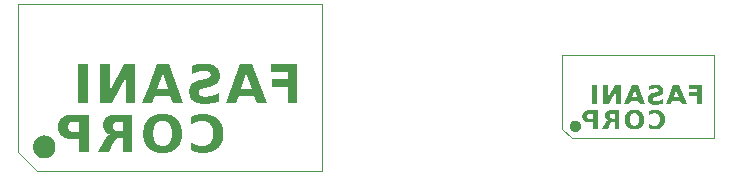
<source format=gbo>
%TF.GenerationSoftware,KiCad,Pcbnew,7.0.8-7.0.8~ubuntu22.04.1*%
%TF.CreationDate,2023-10-25T08:52:20+02:00*%
%TF.ProjectId,extension-cable,65787465-6e73-4696-9f6e-2d6361626c65,rev?*%
%TF.SameCoordinates,Original*%
%TF.FileFunction,Legend,Bot*%
%TF.FilePolarity,Positive*%
%FSLAX46Y46*%
G04 Gerber Fmt 4.6, Leading zero omitted, Abs format (unit mm)*
G04 Created by KiCad (PCBNEW 7.0.8-7.0.8~ubuntu22.04.1) date 2023-10-25 08:52:20*
%MOMM*%
%LPD*%
G01*
G04 APERTURE LIST*
%ADD10C,0.000000*%
%ADD11C,0.105833*%
%ADD12C,0.052916*%
%ADD13C,1.650000*%
%ADD14C,2.200000*%
%ADD15R,1.700000X1.700000*%
%ADD16O,1.700000X1.700000*%
G04 APERTURE END LIST*
D10*
G36*
X105857556Y-80267748D02*
G01*
X105013706Y-80267748D01*
X105013706Y-78880322D01*
X103665734Y-78880322D01*
X103665734Y-78242504D01*
X105013706Y-78242504D01*
X105013706Y-77633178D01*
X103580252Y-77633178D01*
X103580252Y-76995361D01*
X105857556Y-76995361D01*
X105857556Y-80267748D01*
G37*
G36*
X88215021Y-84425401D02*
G01*
X87392677Y-84425401D01*
X87392677Y-83318968D01*
X86850143Y-83318968D01*
X86777445Y-83317950D01*
X86706733Y-83314896D01*
X86638007Y-83309807D01*
X86571267Y-83302681D01*
X86506512Y-83293520D01*
X86443743Y-83282323D01*
X86382960Y-83269090D01*
X86324163Y-83253821D01*
X86267351Y-83236516D01*
X86212525Y-83217176D01*
X86159686Y-83195800D01*
X86108831Y-83172388D01*
X86059963Y-83146941D01*
X86013080Y-83119458D01*
X85968184Y-83089939D01*
X85925273Y-83058385D01*
X85884664Y-83024541D01*
X85846676Y-82988696D01*
X85811308Y-82950848D01*
X85778559Y-82910998D01*
X85748430Y-82869146D01*
X85720922Y-82825292D01*
X85696033Y-82779435D01*
X85673764Y-82731577D01*
X85654115Y-82681715D01*
X85637085Y-82629852D01*
X85622676Y-82575986D01*
X85610887Y-82520118D01*
X85601717Y-82462248D01*
X85595167Y-82402375D01*
X85591237Y-82340500D01*
X85589928Y-82276622D01*
X86437902Y-82276622D01*
X86438420Y-82303454D01*
X86439971Y-82329485D01*
X86442558Y-82354715D01*
X86446179Y-82379145D01*
X86450835Y-82402773D01*
X86456525Y-82425601D01*
X86463250Y-82447628D01*
X86471010Y-82468854D01*
X86479804Y-82489279D01*
X86489632Y-82508903D01*
X86500496Y-82527726D01*
X86512394Y-82545748D01*
X86525326Y-82562969D01*
X86539294Y-82579388D01*
X86554295Y-82595007D01*
X86570332Y-82609825D01*
X86587036Y-82623535D01*
X86604574Y-82636359D01*
X86622946Y-82648300D01*
X86642153Y-82659355D01*
X86662195Y-82669526D01*
X86683070Y-82678813D01*
X86704780Y-82687215D01*
X86727325Y-82694733D01*
X86750703Y-82701366D01*
X86774917Y-82707114D01*
X86799964Y-82711978D01*
X86825846Y-82715958D01*
X86852562Y-82719054D01*
X86880113Y-82721264D01*
X86908498Y-82722591D01*
X86937717Y-82723033D01*
X87392676Y-82723033D01*
X87392676Y-81832335D01*
X86937717Y-81832335D01*
X86908498Y-81832777D01*
X86880113Y-81834104D01*
X86852562Y-81836315D01*
X86825846Y-81839410D01*
X86799964Y-81843390D01*
X86774917Y-81848254D01*
X86750703Y-81854002D01*
X86727325Y-81860635D01*
X86704780Y-81868153D01*
X86683070Y-81876555D01*
X86662195Y-81885842D01*
X86642153Y-81896013D01*
X86622946Y-81907068D01*
X86604574Y-81919009D01*
X86587036Y-81931833D01*
X86570332Y-81945543D01*
X86554295Y-81960103D01*
X86539294Y-81975481D01*
X86525326Y-81991677D01*
X86512394Y-82008690D01*
X86500496Y-82026520D01*
X86489632Y-82045168D01*
X86479804Y-82064633D01*
X86471010Y-82084917D01*
X86463250Y-82106018D01*
X86456525Y-82127936D01*
X86450835Y-82150673D01*
X86446179Y-82174227D01*
X86442558Y-82198599D01*
X86439971Y-82223789D01*
X86438420Y-82249796D01*
X86437902Y-82276622D01*
X85589928Y-82276622D01*
X85591237Y-82212751D01*
X85595167Y-82150898D01*
X85601717Y-82091066D01*
X85610887Y-82033252D01*
X85622676Y-81977458D01*
X85637085Y-81923683D01*
X85654115Y-81871927D01*
X85673764Y-81822191D01*
X85696033Y-81774474D01*
X85720922Y-81728776D01*
X85748430Y-81685098D01*
X85778559Y-81643439D01*
X85811308Y-81603799D01*
X85846676Y-81566179D01*
X85884664Y-81530577D01*
X85925273Y-81496996D01*
X85967933Y-81465441D01*
X86012613Y-81435922D01*
X86059312Y-81408439D01*
X86108031Y-81382992D01*
X86158768Y-81359580D01*
X86211524Y-81338204D01*
X86266300Y-81318864D01*
X86323095Y-81301559D01*
X86381909Y-81286291D01*
X86442742Y-81273058D01*
X86505594Y-81261860D01*
X86570466Y-81252699D01*
X86637356Y-81245574D01*
X86706266Y-81240484D01*
X86777195Y-81237430D01*
X86850143Y-81236412D01*
X88215021Y-81236412D01*
X88215021Y-84425401D01*
G37*
D11*
X82200000Y-71900000D02*
X107960001Y-71900000D01*
D10*
G36*
X140103778Y-80383874D02*
G01*
X139681852Y-80383874D01*
X139681852Y-79690161D01*
X139007866Y-79690161D01*
X139007866Y-79371252D01*
X139681852Y-79371252D01*
X139681852Y-79066589D01*
X138965126Y-79066589D01*
X138965126Y-78747680D01*
X140103778Y-78747680D01*
X140103778Y-80383874D01*
G37*
G36*
X84466133Y-83003039D02*
G01*
X84514474Y-83006809D01*
X84562112Y-83013017D01*
X84608988Y-83021603D01*
X84655041Y-83032505D01*
X84700211Y-83045660D01*
X84744440Y-83061009D01*
X84787667Y-83078490D01*
X84829832Y-83098041D01*
X84870875Y-83119601D01*
X84910737Y-83143109D01*
X84949358Y-83168503D01*
X84986678Y-83195722D01*
X85022638Y-83224705D01*
X85057177Y-83255390D01*
X85090235Y-83287717D01*
X85121753Y-83321623D01*
X85151671Y-83357047D01*
X85179930Y-83393928D01*
X85206469Y-83432205D01*
X85231228Y-83471817D01*
X85254148Y-83512701D01*
X85275170Y-83554797D01*
X85294232Y-83598043D01*
X85311276Y-83642378D01*
X85326241Y-83687741D01*
X85339068Y-83734070D01*
X85349697Y-83781304D01*
X85358068Y-83829381D01*
X85364121Y-83878241D01*
X85367797Y-83927822D01*
X85369036Y-83978062D01*
X85367797Y-84028303D01*
X85364121Y-84077884D01*
X85358068Y-84126743D01*
X85349696Y-84174821D01*
X85339067Y-84222055D01*
X85326240Y-84268384D01*
X85311275Y-84313747D01*
X85294231Y-84358082D01*
X85275168Y-84401328D01*
X85254147Y-84443424D01*
X85231227Y-84484308D01*
X85206467Y-84523920D01*
X85179928Y-84562197D01*
X85151669Y-84599078D01*
X85121751Y-84634502D01*
X85090232Y-84668408D01*
X85057174Y-84700734D01*
X85022635Y-84731420D01*
X84986675Y-84760403D01*
X84949355Y-84787622D01*
X84910734Y-84813016D01*
X84870871Y-84836524D01*
X84829828Y-84858084D01*
X84787662Y-84877635D01*
X84744435Y-84895116D01*
X84700207Y-84910465D01*
X84655036Y-84923620D01*
X84608982Y-84934522D01*
X84562107Y-84943107D01*
X84514468Y-84949316D01*
X84466127Y-84953086D01*
X84417143Y-84954356D01*
X84368159Y-84953086D01*
X84319818Y-84949316D01*
X84272180Y-84943107D01*
X84225304Y-84934522D01*
X84179251Y-84923620D01*
X84134081Y-84910465D01*
X84089852Y-84895116D01*
X84046625Y-84877635D01*
X84004460Y-84858084D01*
X83963417Y-84836524D01*
X83923555Y-84813016D01*
X83884933Y-84787622D01*
X83847613Y-84760403D01*
X83811654Y-84731420D01*
X83777115Y-84700734D01*
X83744057Y-84668408D01*
X83712539Y-84634502D01*
X83682620Y-84599078D01*
X83654362Y-84562197D01*
X83627823Y-84523920D01*
X83603064Y-84484308D01*
X83580143Y-84443424D01*
X83559122Y-84401328D01*
X83540060Y-84358082D01*
X83523016Y-84313747D01*
X83508051Y-84268384D01*
X83495224Y-84222055D01*
X83484595Y-84174821D01*
X83476224Y-84126743D01*
X83470170Y-84077884D01*
X83466495Y-84028303D01*
X83465256Y-83978062D01*
X83466495Y-83927822D01*
X83470171Y-83878241D01*
X83476225Y-83829381D01*
X83484596Y-83781304D01*
X83495225Y-83734070D01*
X83508052Y-83687741D01*
X83523018Y-83642378D01*
X83540061Y-83598043D01*
X83559124Y-83554797D01*
X83580145Y-83512701D01*
X83603066Y-83471817D01*
X83627825Y-83432205D01*
X83654364Y-83393928D01*
X83682623Y-83357047D01*
X83712541Y-83321623D01*
X83744060Y-83287717D01*
X83777118Y-83255390D01*
X83811657Y-83224705D01*
X83847617Y-83195722D01*
X83884937Y-83168503D01*
X83923558Y-83143109D01*
X83963421Y-83119601D01*
X84004464Y-83098041D01*
X84046630Y-83078490D01*
X84089857Y-83061009D01*
X84134085Y-83045660D01*
X84179256Y-83032505D01*
X84225310Y-83021603D01*
X84272185Y-83013017D01*
X84319824Y-83006809D01*
X84368165Y-83003039D01*
X84417149Y-83001768D01*
X84466133Y-83003039D01*
G37*
G36*
X136237701Y-78718587D02*
G01*
X136272128Y-78720077D01*
X136305579Y-78722560D01*
X136338054Y-78726036D01*
X136369553Y-78730505D01*
X136400075Y-78735968D01*
X136429622Y-78742423D01*
X136458193Y-78749872D01*
X136485788Y-78758314D01*
X136512407Y-78767749D01*
X136538049Y-78778177D01*
X136562716Y-78789599D01*
X136586406Y-78802013D01*
X136609121Y-78815420D01*
X136630859Y-78829821D01*
X136651622Y-78845214D01*
X136671262Y-78861597D01*
X136689636Y-78878964D01*
X136706743Y-78897316D01*
X136722582Y-78916653D01*
X136737154Y-78936974D01*
X136750459Y-78958280D01*
X136762497Y-78980571D01*
X136773268Y-79003846D01*
X136782771Y-79028106D01*
X136791008Y-79053351D01*
X136797977Y-79079580D01*
X136803679Y-79106794D01*
X136808114Y-79134992D01*
X136811282Y-79164175D01*
X136813183Y-79194342D01*
X136813816Y-79225494D01*
X136813350Y-79250743D01*
X136811950Y-79275256D01*
X136809617Y-79299033D01*
X136806351Y-79322073D01*
X136802151Y-79344377D01*
X136797018Y-79365944D01*
X136790952Y-79386775D01*
X136783953Y-79406870D01*
X136776020Y-79426228D01*
X136767155Y-79444850D01*
X136757356Y-79462736D01*
X136746624Y-79479885D01*
X136734958Y-79496298D01*
X136722359Y-79511975D01*
X136708827Y-79526915D01*
X136694362Y-79541119D01*
X136678985Y-79554724D01*
X136662718Y-79567866D01*
X136645560Y-79580546D01*
X136627512Y-79592764D01*
X136608573Y-79604519D01*
X136588744Y-79615812D01*
X136568024Y-79626643D01*
X136546414Y-79637011D01*
X136523914Y-79646917D01*
X136500523Y-79656361D01*
X136476241Y-79665342D01*
X136451070Y-79673861D01*
X136425008Y-79681918D01*
X136398055Y-79689512D01*
X136370212Y-79696644D01*
X136341478Y-79703314D01*
X136178187Y-79739477D01*
X136161513Y-79743219D01*
X136145464Y-79747046D01*
X136130040Y-79750958D01*
X136115241Y-79754957D01*
X136101067Y-79759040D01*
X136087518Y-79763210D01*
X136074594Y-79767465D01*
X136062295Y-79771805D01*
X136050621Y-79776231D01*
X136039572Y-79780743D01*
X136029147Y-79785341D01*
X136019348Y-79790024D01*
X136010174Y-79794792D01*
X136001625Y-79799647D01*
X135993701Y-79804587D01*
X135986403Y-79809613D01*
X135979502Y-79814844D01*
X135973046Y-79820401D01*
X135967035Y-79826283D01*
X135961470Y-79832490D01*
X135956350Y-79839023D01*
X135951675Y-79845881D01*
X135947446Y-79853065D01*
X135943662Y-79860574D01*
X135940322Y-79868408D01*
X135937429Y-79876568D01*
X135934980Y-79885052D01*
X135932976Y-79893862D01*
X135931418Y-79902998D01*
X135930305Y-79912458D01*
X135929637Y-79922244D01*
X135929415Y-79932354D01*
X135929458Y-79936176D01*
X135929586Y-79939973D01*
X135929800Y-79943744D01*
X135930100Y-79947489D01*
X135930485Y-79951209D01*
X135930956Y-79954903D01*
X135931512Y-79958571D01*
X135932155Y-79962214D01*
X135932882Y-79965832D01*
X135933696Y-79969423D01*
X135934595Y-79972989D01*
X135935579Y-79976530D01*
X135936650Y-79980045D01*
X135937806Y-79983534D01*
X135939047Y-79986997D01*
X135940374Y-79990435D01*
X135941813Y-79993869D01*
X135943388Y-79997320D01*
X135945101Y-80000788D01*
X135946950Y-80004273D01*
X135948937Y-80007774D01*
X135951060Y-80011293D01*
X135953320Y-80014830D01*
X135955718Y-80018383D01*
X135958252Y-80021953D01*
X135960923Y-80025540D01*
X135963731Y-80029145D01*
X135966677Y-80032766D01*
X135969759Y-80036405D01*
X135972978Y-80040061D01*
X135976334Y-80043734D01*
X135979827Y-80047424D01*
X135983513Y-80050941D01*
X135987447Y-80054374D01*
X135991630Y-80057720D01*
X135996061Y-80060982D01*
X136000740Y-80064158D01*
X136005667Y-80067248D01*
X136010843Y-80070253D01*
X136016267Y-80073172D01*
X136021939Y-80076006D01*
X136027859Y-80078755D01*
X136034028Y-80081418D01*
X136040445Y-80083996D01*
X136047110Y-80086488D01*
X136054024Y-80088894D01*
X136061186Y-80091215D01*
X136068596Y-80093451D01*
X136083819Y-80097304D01*
X136099898Y-80100644D01*
X136116834Y-80103470D01*
X136134625Y-80105783D01*
X136153273Y-80107581D01*
X136172777Y-80108866D01*
X136193137Y-80109636D01*
X136214353Y-80109893D01*
X136247975Y-80109238D01*
X136281991Y-80107274D01*
X136316401Y-80103999D01*
X136351204Y-80099414D01*
X136386402Y-80093519D01*
X136421993Y-80086315D01*
X136457979Y-80077800D01*
X136494358Y-80067975D01*
X136531131Y-80056841D01*
X136568297Y-80044396D01*
X136605858Y-80030641D01*
X136643813Y-80015577D01*
X136682161Y-79999202D01*
X136720903Y-79981517D01*
X136760039Y-79962522D01*
X136799569Y-79942218D01*
X136799569Y-80298388D01*
X136760138Y-80312588D01*
X136720749Y-80325871D01*
X136681404Y-80338239D01*
X136642100Y-80349690D01*
X136602840Y-80360225D01*
X136563623Y-80369844D01*
X136524448Y-80378547D01*
X136485316Y-80386334D01*
X136446227Y-80393204D01*
X136407181Y-80399159D01*
X136368178Y-80404197D01*
X136329217Y-80408320D01*
X136290300Y-80411526D01*
X136251425Y-80413816D01*
X136212593Y-80415191D01*
X136173803Y-80415649D01*
X136134667Y-80415152D01*
X136096713Y-80413662D01*
X136059940Y-80411179D01*
X136024348Y-80407703D01*
X135989938Y-80403234D01*
X135956710Y-80397771D01*
X135924663Y-80391316D01*
X135893798Y-80383867D01*
X135864114Y-80375425D01*
X135835612Y-80365990D01*
X135808291Y-80355562D01*
X135782152Y-80344141D01*
X135757194Y-80331727D01*
X135733418Y-80318319D01*
X135710823Y-80303919D01*
X135689410Y-80288525D01*
X135669238Y-80272036D01*
X135650368Y-80254347D01*
X135632799Y-80235460D01*
X135616532Y-80215374D01*
X135601566Y-80194090D01*
X135587901Y-80171607D01*
X135575538Y-80147925D01*
X135564476Y-80123044D01*
X135554715Y-80096965D01*
X135546256Y-80069687D01*
X135539099Y-80041210D01*
X135533242Y-80011535D01*
X135528688Y-79980661D01*
X135525434Y-79948588D01*
X135523482Y-79915317D01*
X135522831Y-79880847D01*
X135523302Y-79854807D01*
X135524715Y-79829563D01*
X135527069Y-79805115D01*
X135530366Y-79781464D01*
X135534604Y-79758609D01*
X135539784Y-79736550D01*
X135545905Y-79715287D01*
X135552969Y-79694820D01*
X135560974Y-79675149D01*
X135569921Y-79656275D01*
X135579810Y-79638197D01*
X135590641Y-79620915D01*
X135602413Y-79604428D01*
X135615128Y-79588739D01*
X135628784Y-79573845D01*
X135643382Y-79559747D01*
X135658874Y-79546139D01*
X135675489Y-79532985D01*
X135693225Y-79520284D01*
X135712082Y-79508037D01*
X135732061Y-79496243D01*
X135753161Y-79484904D01*
X135775384Y-79474018D01*
X135798727Y-79463585D01*
X135823193Y-79453607D01*
X135848780Y-79444082D01*
X135875488Y-79435010D01*
X135903318Y-79426393D01*
X135932270Y-79418229D01*
X135962343Y-79410519D01*
X135993538Y-79403262D01*
X136025855Y-79396460D01*
X136205584Y-79360296D01*
X136220388Y-79357107D01*
X136234660Y-79353841D01*
X136248402Y-79350498D01*
X136261613Y-79347078D01*
X136274293Y-79343581D01*
X136286442Y-79340007D01*
X136298060Y-79336356D01*
X136309148Y-79332627D01*
X136319704Y-79328822D01*
X136329730Y-79324940D01*
X136339225Y-79320980D01*
X136348189Y-79316943D01*
X136356623Y-79312829D01*
X136364525Y-79308638D01*
X136371897Y-79304370D01*
X136378738Y-79300024D01*
X136385108Y-79295375D01*
X136391067Y-79290469D01*
X136396615Y-79285307D01*
X136401752Y-79279887D01*
X136406478Y-79274211D01*
X136410794Y-79268277D01*
X136414698Y-79262087D01*
X136418191Y-79255640D01*
X136421273Y-79248936D01*
X136423945Y-79241975D01*
X136426205Y-79234758D01*
X136428054Y-79227283D01*
X136429493Y-79219552D01*
X136430520Y-79211564D01*
X136431136Y-79203319D01*
X136431342Y-79194818D01*
X136431077Y-79184693D01*
X136430280Y-79174868D01*
X136428953Y-79165343D01*
X136428091Y-79160693D01*
X136427095Y-79156117D01*
X136425967Y-79151617D01*
X136424707Y-79147191D01*
X136423313Y-79142841D01*
X136421787Y-79138565D01*
X136420128Y-79134364D01*
X136418337Y-79130239D01*
X136416412Y-79126188D01*
X136414355Y-79122212D01*
X136412166Y-79118311D01*
X136409843Y-79114485D01*
X136407388Y-79110734D01*
X136404800Y-79107057D01*
X136402080Y-79103456D01*
X136399227Y-79099930D01*
X136396241Y-79096478D01*
X136393122Y-79093102D01*
X136389871Y-79089800D01*
X136386487Y-79086573D01*
X136382970Y-79083421D01*
X136379320Y-79080344D01*
X136371623Y-79074416D01*
X136363395Y-79068786D01*
X136354542Y-79063345D01*
X136344970Y-79058255D01*
X136334679Y-79053516D01*
X136323668Y-79049128D01*
X136311939Y-79045091D01*
X136299490Y-79041405D01*
X136286322Y-79038070D01*
X136272435Y-79035086D01*
X136257828Y-79032453D01*
X136242503Y-79030171D01*
X136226458Y-79028240D01*
X136209694Y-79026661D01*
X136192211Y-79025432D01*
X136174008Y-79024554D01*
X136135446Y-79023852D01*
X136106117Y-79024327D01*
X136076489Y-79025753D01*
X136046562Y-79028128D01*
X136016334Y-79031455D01*
X135985807Y-79035731D01*
X135954980Y-79040958D01*
X135923854Y-79047135D01*
X135892428Y-79054262D01*
X135860702Y-79062340D01*
X135828676Y-79071368D01*
X135796351Y-79081347D01*
X135763726Y-79092276D01*
X135730802Y-79104155D01*
X135697578Y-79116985D01*
X135664054Y-79130765D01*
X135630230Y-79145495D01*
X135630230Y-78799188D01*
X135704855Y-78780181D01*
X135778590Y-78763708D01*
X135851433Y-78749769D01*
X135923387Y-78738365D01*
X135994450Y-78729495D01*
X136064622Y-78723159D01*
X136133904Y-78719358D01*
X136202296Y-78718090D01*
X136202298Y-78718090D01*
X136237701Y-78718587D01*
G37*
D11*
X83843691Y-86032140D02*
X82200000Y-84369041D01*
D10*
G36*
X96156439Y-80267748D02*
G01*
X95308203Y-80267748D01*
X95099980Y-79671569D01*
X93780503Y-79671569D01*
X93574471Y-80267748D01*
X92726235Y-80267748D01*
X93171940Y-79064428D01*
X93993109Y-79064428D01*
X94889565Y-79064428D01*
X94440241Y-77762487D01*
X93993109Y-79064428D01*
X93171940Y-79064428D01*
X93938314Y-76995361D01*
X94944361Y-76995361D01*
X96156439Y-80267748D01*
G37*
D11*
X107960001Y-71900000D02*
X107960001Y-86032140D01*
D10*
G36*
X103240485Y-80267748D02*
G01*
X102392249Y-80267748D01*
X102184026Y-79671569D01*
X100864548Y-79671569D01*
X100658516Y-80267748D01*
X99810280Y-80267748D01*
X100255985Y-79064428D01*
X101077155Y-79064428D01*
X101973610Y-79064428D01*
X101524286Y-77762487D01*
X101077155Y-79064428D01*
X100255985Y-79064428D01*
X101022359Y-76995361D01*
X102028406Y-76995361D01*
X103240485Y-80267748D01*
G37*
G36*
X129408066Y-81751519D02*
G01*
X129432237Y-81753404D01*
X129456056Y-81756509D01*
X129479493Y-81760802D01*
X129502520Y-81766252D01*
X129525105Y-81772830D01*
X129547219Y-81780505D01*
X129568833Y-81789245D01*
X129589915Y-81799020D01*
X129610437Y-81809800D01*
X129630368Y-81821554D01*
X129649679Y-81834251D01*
X129668339Y-81847861D01*
X129686318Y-81862353D01*
X129703588Y-81877695D01*
X129720117Y-81893858D01*
X129735876Y-81910811D01*
X129750835Y-81928523D01*
X129764964Y-81946964D01*
X129778234Y-81966103D01*
X129790614Y-81985908D01*
X129802074Y-82006350D01*
X129812584Y-82027398D01*
X129822116Y-82049021D01*
X129830637Y-82071189D01*
X129838120Y-82093870D01*
X129844534Y-82117035D01*
X129849848Y-82140652D01*
X129854034Y-82164691D01*
X129857060Y-82189121D01*
X129858898Y-82213911D01*
X129859517Y-82239031D01*
X129858898Y-82264151D01*
X129857060Y-82288942D01*
X129854033Y-82313372D01*
X129849848Y-82337411D01*
X129844533Y-82361028D01*
X129838120Y-82384192D01*
X129830637Y-82406873D01*
X129822115Y-82429041D01*
X129812584Y-82450664D01*
X129802073Y-82471712D01*
X129790613Y-82492154D01*
X129778233Y-82511960D01*
X129764963Y-82531098D01*
X129750834Y-82549539D01*
X129735875Y-82567251D01*
X129720116Y-82584204D01*
X129703586Y-82600367D01*
X129686317Y-82615710D01*
X129668337Y-82630201D01*
X129649677Y-82643811D01*
X129630366Y-82656508D01*
X129610435Y-82668262D01*
X129589913Y-82679042D01*
X129568831Y-82688818D01*
X129547217Y-82697558D01*
X129525103Y-82705232D01*
X129502517Y-82711810D01*
X129479491Y-82717261D01*
X129456053Y-82721554D01*
X129432234Y-82724658D01*
X129408063Y-82726543D01*
X129383571Y-82727178D01*
X129359079Y-82726543D01*
X129334908Y-82724658D01*
X129311089Y-82721554D01*
X129287652Y-82717261D01*
X129264625Y-82711810D01*
X129242040Y-82705232D01*
X129219925Y-82697558D01*
X129198312Y-82688818D01*
X129177230Y-82679042D01*
X129156708Y-82668262D01*
X129136777Y-82656508D01*
X129117466Y-82643811D01*
X129098806Y-82630201D01*
X129080827Y-82615710D01*
X129063557Y-82600367D01*
X129047028Y-82584204D01*
X129031269Y-82567251D01*
X129016310Y-82549539D01*
X129002180Y-82531098D01*
X128988911Y-82511960D01*
X128976531Y-82492154D01*
X128965071Y-82471712D01*
X128954561Y-82450664D01*
X128945029Y-82429041D01*
X128936507Y-82406873D01*
X128929025Y-82384192D01*
X128922611Y-82361028D01*
X128917297Y-82337411D01*
X128913111Y-82313372D01*
X128910085Y-82288942D01*
X128908247Y-82264151D01*
X128907627Y-82239031D01*
X128907628Y-82239031D01*
X128908247Y-82213911D01*
X128910085Y-82189121D01*
X128913112Y-82164691D01*
X128917297Y-82140652D01*
X128922612Y-82117035D01*
X128929026Y-82093870D01*
X128936508Y-82071189D01*
X128945030Y-82049021D01*
X128954561Y-82027398D01*
X128965072Y-82006350D01*
X128976532Y-81985908D01*
X128988912Y-81966103D01*
X129002182Y-81946964D01*
X129016311Y-81928523D01*
X129031270Y-81910811D01*
X129047029Y-81893858D01*
X129063559Y-81877695D01*
X129080828Y-81862353D01*
X129098808Y-81847861D01*
X129117468Y-81834251D01*
X129136779Y-81821554D01*
X129156710Y-81809800D01*
X129177232Y-81799020D01*
X129198314Y-81789245D01*
X129219928Y-81780505D01*
X129242042Y-81772830D01*
X129264628Y-81766252D01*
X129287654Y-81760802D01*
X129311092Y-81756509D01*
X129334911Y-81753404D01*
X129359082Y-81751519D01*
X129383574Y-81750884D01*
X129408066Y-81751519D01*
G37*
D12*
X128275000Y-76200000D02*
X141155000Y-76200000D01*
D10*
G36*
X88158406Y-80267748D02*
G01*
X87314553Y-80267748D01*
X87314553Y-76995361D01*
X88158406Y-76995361D01*
X88158406Y-80267748D01*
G37*
G36*
X131282510Y-82462701D02*
G01*
X130871338Y-82462701D01*
X130871338Y-81909484D01*
X130600071Y-81909484D01*
X130563722Y-81908975D01*
X130528366Y-81907448D01*
X130494003Y-81904903D01*
X130460633Y-81901341D01*
X130428255Y-81896760D01*
X130396871Y-81891161D01*
X130366479Y-81884545D01*
X130337081Y-81876910D01*
X130308675Y-81868258D01*
X130281262Y-81858588D01*
X130254842Y-81847900D01*
X130229415Y-81836194D01*
X130204981Y-81823470D01*
X130181540Y-81809729D01*
X130159091Y-81794970D01*
X130137636Y-81779192D01*
X130117332Y-81762271D01*
X130098338Y-81744348D01*
X130080653Y-81725424D01*
X130064279Y-81705499D01*
X130049215Y-81684573D01*
X130035460Y-81662646D01*
X130023016Y-81639718D01*
X130011881Y-81615788D01*
X130002057Y-81590858D01*
X129993542Y-81564926D01*
X129986338Y-81537993D01*
X129980443Y-81510059D01*
X129975858Y-81481124D01*
X129972583Y-81451187D01*
X129970618Y-81420250D01*
X129969963Y-81388311D01*
X130393951Y-81388311D01*
X130394209Y-81401727D01*
X130394985Y-81414743D01*
X130396278Y-81427358D01*
X130398089Y-81439572D01*
X130400417Y-81451387D01*
X130403262Y-81462801D01*
X130406625Y-81473814D01*
X130410504Y-81484427D01*
X130414901Y-81494639D01*
X130419816Y-81504451D01*
X130425247Y-81513863D01*
X130431196Y-81522874D01*
X130437663Y-81531484D01*
X130444646Y-81539694D01*
X130452147Y-81547504D01*
X130460165Y-81554913D01*
X130468517Y-81561767D01*
X130477286Y-81568180D01*
X130486473Y-81574150D01*
X130496076Y-81579678D01*
X130506097Y-81584763D01*
X130516535Y-81589407D01*
X130527390Y-81593608D01*
X130538662Y-81597366D01*
X130550351Y-81600683D01*
X130562458Y-81603557D01*
X130574982Y-81605989D01*
X130587922Y-81607979D01*
X130601281Y-81609527D01*
X130615056Y-81610632D01*
X130629248Y-81611295D01*
X130643858Y-81611517D01*
X130871338Y-81611517D01*
X130871338Y-81166167D01*
X130643858Y-81166167D01*
X130629248Y-81166389D01*
X130615056Y-81167052D01*
X130601281Y-81168157D01*
X130587922Y-81169705D01*
X130574982Y-81171695D01*
X130562458Y-81174127D01*
X130550351Y-81177001D01*
X130538662Y-81180318D01*
X130527390Y-81184076D01*
X130516535Y-81188277D01*
X130506097Y-81192921D01*
X130496076Y-81198006D01*
X130486473Y-81203534D01*
X130477286Y-81209504D01*
X130468517Y-81215917D01*
X130460165Y-81222771D01*
X130452147Y-81230052D01*
X130444646Y-81237741D01*
X130437663Y-81245838D01*
X130431196Y-81254345D01*
X130425247Y-81263260D01*
X130419816Y-81272584D01*
X130414901Y-81282317D01*
X130410504Y-81292458D01*
X130406625Y-81303009D01*
X130403262Y-81313968D01*
X130400417Y-81325336D01*
X130398089Y-81337113D01*
X130396278Y-81349299D01*
X130394985Y-81361894D01*
X130394209Y-81374898D01*
X130393951Y-81388311D01*
X129969963Y-81388311D01*
X129970618Y-81356375D01*
X129972583Y-81325449D01*
X129975858Y-81295533D01*
X129980443Y-81266626D01*
X129986338Y-81238729D01*
X129993542Y-81211841D01*
X130002057Y-81185964D01*
X130011881Y-81161095D01*
X130023016Y-81137237D01*
X130035460Y-81114388D01*
X130049215Y-81092549D01*
X130064279Y-81071719D01*
X130080653Y-81051899D01*
X130098338Y-81033089D01*
X130117332Y-81015289D01*
X130137636Y-80998498D01*
X130158966Y-80982721D01*
X130181306Y-80967961D01*
X130204656Y-80954220D01*
X130229015Y-80941496D01*
X130254383Y-80929790D01*
X130280762Y-80919102D01*
X130308150Y-80909432D01*
X130336547Y-80900780D01*
X130365954Y-80893145D01*
X130396371Y-80886529D01*
X130427797Y-80880930D01*
X130460232Y-80876350D01*
X130493678Y-80872787D01*
X130528133Y-80870242D01*
X130563597Y-80868715D01*
X130600071Y-80868206D01*
X131282510Y-80868206D01*
X131282510Y-82462701D01*
G37*
G36*
X94529137Y-81180456D02*
G01*
X94621133Y-81185588D01*
X94710560Y-81194140D01*
X94797417Y-81206113D01*
X94881704Y-81221507D01*
X94963421Y-81240322D01*
X95042568Y-81262558D01*
X95119146Y-81288214D01*
X95193153Y-81317291D01*
X95264591Y-81349789D01*
X95333459Y-81385708D01*
X95399757Y-81425047D01*
X95463486Y-81467808D01*
X95524644Y-81513989D01*
X95583233Y-81563590D01*
X95639252Y-81616612D01*
X95692017Y-81672431D01*
X95741378Y-81730953D01*
X95787334Y-81792177D01*
X95829886Y-81856105D01*
X95869035Y-81922737D01*
X95904779Y-81992071D01*
X95937118Y-82064109D01*
X95966054Y-82138850D01*
X95991585Y-82216295D01*
X96013713Y-82296443D01*
X96032436Y-82379295D01*
X96047755Y-82464849D01*
X96059669Y-82553108D01*
X96068180Y-82644070D01*
X96073286Y-82737736D01*
X96074988Y-82834105D01*
X96073286Y-82930474D01*
X96068180Y-83024140D01*
X96059669Y-83115102D01*
X96047755Y-83203360D01*
X96032436Y-83288915D01*
X96013713Y-83371767D01*
X95991585Y-83451915D01*
X95966054Y-83529359D01*
X95937118Y-83604101D01*
X95904779Y-83676139D01*
X95869035Y-83745473D01*
X95829886Y-83812104D01*
X95787334Y-83876032D01*
X95741378Y-83937257D01*
X95692017Y-83995779D01*
X95639252Y-84051598D01*
X95583233Y-84104362D01*
X95524644Y-84153723D01*
X95463486Y-84199679D01*
X95399757Y-84242231D01*
X95333459Y-84281379D01*
X95264591Y-84317122D01*
X95193153Y-84349462D01*
X95119146Y-84378397D01*
X95042568Y-84403927D01*
X94963421Y-84426054D01*
X94881704Y-84444777D01*
X94797417Y-84460095D01*
X94710560Y-84472009D01*
X94621133Y-84480519D01*
X94529137Y-84485626D01*
X94434571Y-84487328D01*
X94340013Y-84485626D01*
X94248041Y-84480519D01*
X94158656Y-84472009D01*
X94071858Y-84460095D01*
X93987646Y-84444777D01*
X93906021Y-84426054D01*
X93826982Y-84403927D01*
X93750530Y-84378397D01*
X93676664Y-84349462D01*
X93605385Y-84317122D01*
X93536692Y-84281379D01*
X93470585Y-84242231D01*
X93407066Y-84199679D01*
X93346132Y-84153723D01*
X93287786Y-84104362D01*
X93232025Y-84051598D01*
X93179002Y-83995779D01*
X93129399Y-83937257D01*
X93083217Y-83876032D01*
X93040456Y-83812104D01*
X93001116Y-83745473D01*
X92965197Y-83676139D01*
X92932699Y-83604101D01*
X92903621Y-83529359D01*
X92877965Y-83451915D01*
X92855729Y-83371767D01*
X92836914Y-83288915D01*
X92821520Y-83203360D01*
X92809547Y-83115102D01*
X92800995Y-83024140D01*
X92795863Y-82930474D01*
X92794153Y-82834105D01*
X92794153Y-82834093D01*
X93642130Y-82834093D01*
X93642864Y-82891630D01*
X93645067Y-82947833D01*
X93648738Y-83002701D01*
X93653877Y-83056235D01*
X93660485Y-83108433D01*
X93668562Y-83159297D01*
X93678107Y-83208825D01*
X93689121Y-83257018D01*
X93689119Y-83257005D01*
X93695177Y-83280333D01*
X93701601Y-83303328D01*
X93708393Y-83325988D01*
X93715552Y-83348315D01*
X93723078Y-83370309D01*
X93730971Y-83391969D01*
X93739231Y-83413295D01*
X93747858Y-83434288D01*
X93756853Y-83454947D01*
X93766214Y-83475273D01*
X93775943Y-83495265D01*
X93786038Y-83514923D01*
X93796501Y-83534248D01*
X93807331Y-83553239D01*
X93818528Y-83571897D01*
X93830092Y-83590221D01*
X93842073Y-83607860D01*
X93854522Y-83624998D01*
X93867438Y-83641636D01*
X93880821Y-83657773D01*
X93894671Y-83673409D01*
X93908989Y-83688545D01*
X93923774Y-83703180D01*
X93939026Y-83717314D01*
X93954745Y-83730948D01*
X93970932Y-83744081D01*
X93987585Y-83756713D01*
X94004706Y-83768845D01*
X94022295Y-83780476D01*
X94040350Y-83791606D01*
X94058873Y-83802235D01*
X94077863Y-83812364D01*
X94097278Y-83821934D01*
X94117077Y-83830886D01*
X94137261Y-83839221D01*
X94157827Y-83846939D01*
X94178778Y-83854039D01*
X94200113Y-83860522D01*
X94221831Y-83866387D01*
X94243933Y-83871635D01*
X94266419Y-83876266D01*
X94289289Y-83880279D01*
X94312543Y-83883675D01*
X94336180Y-83886453D01*
X94360201Y-83888614D01*
X94384606Y-83890158D01*
X94409395Y-83891084D01*
X94434567Y-83891393D01*
X94483194Y-83890266D01*
X94530285Y-83886887D01*
X94575841Y-83881255D01*
X94619862Y-83873370D01*
X94662348Y-83863233D01*
X94703298Y-83850843D01*
X94723198Y-83843803D01*
X94742713Y-83836200D01*
X94761845Y-83828033D01*
X94780593Y-83819304D01*
X94798958Y-83810011D01*
X94816938Y-83800155D01*
X94834535Y-83789736D01*
X94851748Y-83778754D01*
X94868577Y-83767209D01*
X94885022Y-83755100D01*
X94901083Y-83742428D01*
X94916761Y-83729193D01*
X94932055Y-83715395D01*
X94946965Y-83701033D01*
X94961491Y-83686109D01*
X94975633Y-83670621D01*
X95002767Y-83637956D01*
X95028365Y-83603038D01*
X95052161Y-83566243D01*
X95074422Y-83527946D01*
X95095147Y-83488147D01*
X95114337Y-83446847D01*
X95131992Y-83404044D01*
X95148112Y-83359740D01*
X95162697Y-83313934D01*
X95175746Y-83266626D01*
X95187261Y-83217816D01*
X95197240Y-83167504D01*
X95205683Y-83115691D01*
X95212592Y-83062375D01*
X95217965Y-83007557D01*
X95221803Y-82951238D01*
X95224106Y-82893416D01*
X95224874Y-82834093D01*
X95223605Y-82756867D01*
X95219801Y-82682177D01*
X95216947Y-82645783D01*
X95213460Y-82610023D01*
X95209338Y-82574896D01*
X95204582Y-82540404D01*
X95199192Y-82506545D01*
X95193168Y-82473321D01*
X95186510Y-82440730D01*
X95179218Y-82408774D01*
X95171291Y-82377452D01*
X95162731Y-82346764D01*
X95153536Y-82316710D01*
X95143707Y-82287291D01*
X95133178Y-82258556D01*
X95121881Y-82230555D01*
X95109816Y-82203288D01*
X95096984Y-82176755D01*
X95083384Y-82150956D01*
X95069016Y-82125892D01*
X95053881Y-82101562D01*
X95037978Y-82077966D01*
X95021307Y-82055105D01*
X95003869Y-82032978D01*
X94985664Y-82011585D01*
X94966690Y-81990926D01*
X94946949Y-81971002D01*
X94926441Y-81951812D01*
X94905165Y-81933357D01*
X94883121Y-81915636D01*
X94860093Y-81898565D01*
X94836397Y-81882595D01*
X94812034Y-81867726D01*
X94787003Y-81853959D01*
X94761305Y-81841293D01*
X94734939Y-81829728D01*
X94707906Y-81819265D01*
X94680205Y-81809903D01*
X94651837Y-81801642D01*
X94622801Y-81794483D01*
X94593098Y-81788425D01*
X94562727Y-81783468D01*
X94531689Y-81779613D01*
X94499983Y-81776860D01*
X94467610Y-81775207D01*
X94434569Y-81774657D01*
X94409396Y-81774965D01*
X94384608Y-81775891D01*
X94360203Y-81777435D01*
X94336182Y-81779596D01*
X94312544Y-81782374D01*
X94289291Y-81785770D01*
X94266421Y-81789783D01*
X94243935Y-81794414D01*
X94221833Y-81799662D01*
X94200114Y-81805527D01*
X94178780Y-81812010D01*
X94157829Y-81819110D01*
X94137262Y-81826828D01*
X94117079Y-81835163D01*
X94097280Y-81844115D01*
X94077864Y-81853685D01*
X94058874Y-81863824D01*
X94040352Y-81874481D01*
X94022296Y-81885654D01*
X94004708Y-81897344D01*
X93987587Y-81909552D01*
X93970933Y-81922276D01*
X93954747Y-81935518D01*
X93939027Y-81949277D01*
X93923775Y-81963553D01*
X93908990Y-81978346D01*
X93894673Y-81993656D01*
X93880822Y-82009483D01*
X93867439Y-82025828D01*
X93854523Y-82042689D01*
X93842075Y-82060069D01*
X93830094Y-82077965D01*
X93818530Y-82096036D01*
X93807333Y-82114474D01*
X93796503Y-82133279D01*
X93786040Y-82152452D01*
X93775944Y-82171992D01*
X93766216Y-82191899D01*
X93756854Y-82212174D01*
X93747860Y-82232816D01*
X93739233Y-82253825D01*
X93730972Y-82275201D01*
X93715553Y-82319055D01*
X93701603Y-82364377D01*
X93689121Y-82411168D01*
X93678107Y-82459361D01*
X93668562Y-82508889D01*
X93660485Y-82559752D01*
X93653877Y-82611951D01*
X93648738Y-82665484D01*
X93645067Y-82720352D01*
X93642864Y-82776555D01*
X93642130Y-82834093D01*
X92794153Y-82834093D01*
X92795855Y-82737478D01*
X92800961Y-82643572D01*
X92809472Y-82552385D01*
X92821387Y-82463918D01*
X92836705Y-82378172D01*
X92855428Y-82295145D01*
X92877556Y-82214838D01*
X92903087Y-82137251D01*
X92932023Y-82062384D01*
X92964362Y-81990238D01*
X93000106Y-81920811D01*
X93039255Y-81854104D01*
X93081807Y-81790117D01*
X93127763Y-81728850D01*
X93177124Y-81670303D01*
X93229889Y-81614476D01*
X93285658Y-81561711D01*
X93344030Y-81512351D01*
X93405005Y-81466394D01*
X93468583Y-81423842D01*
X93534764Y-81384695D01*
X93603549Y-81348951D01*
X93674937Y-81316612D01*
X93748928Y-81287677D01*
X93825522Y-81262146D01*
X93904719Y-81240019D01*
X93986520Y-81221297D01*
X94070924Y-81205979D01*
X94157931Y-81194064D01*
X94247541Y-81185554D01*
X94339754Y-81180448D01*
X94434571Y-81178746D01*
X94529137Y-81180456D01*
G37*
D11*
X107960001Y-86032140D02*
X83843691Y-86032140D01*
D10*
G36*
X91878012Y-84425389D02*
G01*
X91055667Y-84425389D01*
X91055667Y-83218565D01*
X90822848Y-83218565D01*
X90797033Y-83218941D01*
X90771918Y-83220067D01*
X90747505Y-83221945D01*
X90723792Y-83224573D01*
X90700781Y-83227953D01*
X90678470Y-83232083D01*
X90656860Y-83236964D01*
X90635951Y-83242596D01*
X90615743Y-83248979D01*
X90596235Y-83256113D01*
X90577429Y-83263998D01*
X90559323Y-83272634D01*
X90541919Y-83282020D01*
X90525215Y-83292157D01*
X90509212Y-83303045D01*
X90493910Y-83314684D01*
X90478741Y-83326941D01*
X90463672Y-83340216D01*
X90448704Y-83354510D01*
X90433836Y-83369821D01*
X90419067Y-83386150D01*
X90404399Y-83403497D01*
X90389831Y-83421862D01*
X90375364Y-83441245D01*
X90360996Y-83461645D01*
X90346728Y-83483063D01*
X90332561Y-83505499D01*
X90318494Y-83528953D01*
X90304527Y-83553424D01*
X90290660Y-83578914D01*
X90276893Y-83605421D01*
X90263226Y-83632945D01*
X89874481Y-84425389D01*
X88998738Y-84425389D01*
X89445153Y-83519737D01*
X89476258Y-83459362D01*
X89507630Y-83402124D01*
X89539269Y-83348024D01*
X89555188Y-83322150D01*
X89571175Y-83297061D01*
X89587228Y-83272756D01*
X89603347Y-83249236D01*
X89619534Y-83226500D01*
X89635787Y-83204548D01*
X89652107Y-83183381D01*
X89668494Y-83162997D01*
X89684948Y-83143398D01*
X89701468Y-83124583D01*
X89717972Y-83106570D01*
X89734909Y-83089373D01*
X89752281Y-83072995D01*
X89770086Y-83057434D01*
X89788325Y-83042691D01*
X89806998Y-83028765D01*
X89826105Y-83015658D01*
X89845645Y-83003368D01*
X89865620Y-82991895D01*
X89886028Y-82981240D01*
X89906871Y-82971403D01*
X89928147Y-82962384D01*
X89949857Y-82954182D01*
X89972000Y-82946798D01*
X89994578Y-82940232D01*
X90017590Y-82934483D01*
X89943357Y-82908759D01*
X89873913Y-82879648D01*
X89809259Y-82847150D01*
X89749394Y-82811264D01*
X89721257Y-82792051D01*
X89694317Y-82771992D01*
X89668575Y-82751085D01*
X89644031Y-82729331D01*
X89620683Y-82706731D01*
X89598533Y-82683284D01*
X89577580Y-82658990D01*
X89557825Y-82633849D01*
X89539266Y-82607861D01*
X89521905Y-82581026D01*
X89505742Y-82553345D01*
X89490776Y-82524816D01*
X89477006Y-82495441D01*
X89464435Y-82465219D01*
X89453060Y-82434149D01*
X89442883Y-82402234D01*
X89426121Y-82335861D01*
X89414148Y-82266101D01*
X89411404Y-82238158D01*
X90226913Y-82238158D01*
X90227338Y-82264157D01*
X90228615Y-82289289D01*
X90230743Y-82313552D01*
X90233721Y-82336948D01*
X90237551Y-82359476D01*
X90242232Y-82381136D01*
X90247764Y-82401928D01*
X90254146Y-82421852D01*
X90261380Y-82440909D01*
X90269465Y-82459098D01*
X90278401Y-82476419D01*
X90288188Y-82492872D01*
X90298826Y-82508458D01*
X90310316Y-82523177D01*
X90322656Y-82537027D01*
X90335847Y-82550011D01*
X90349823Y-82562168D01*
X90365050Y-82573541D01*
X90381528Y-82584129D01*
X90399258Y-82593933D01*
X90418240Y-82602953D01*
X90438473Y-82611188D01*
X90459958Y-82618639D01*
X90482695Y-82625305D01*
X90506682Y-82631187D01*
X90531922Y-82636285D01*
X90558413Y-82640598D01*
X90586155Y-82644127D01*
X90615149Y-82646872D01*
X90645394Y-82648833D01*
X90676891Y-82650009D01*
X90709640Y-82650401D01*
X91055666Y-82650401D01*
X91055666Y-81832335D01*
X90709640Y-81832335D01*
X90679178Y-81832694D01*
X90649733Y-81833770D01*
X90621307Y-81835564D01*
X90593898Y-81838075D01*
X90567507Y-81841304D01*
X90542134Y-81845251D01*
X90517780Y-81849915D01*
X90494442Y-81855296D01*
X90472123Y-81861395D01*
X90450822Y-81868212D01*
X90430539Y-81875746D01*
X90411273Y-81883998D01*
X90393026Y-81892967D01*
X90375796Y-81902654D01*
X90359585Y-81913059D01*
X90344391Y-81924181D01*
X90330165Y-81935919D01*
X90316857Y-81948709D01*
X90304467Y-81962551D01*
X90292995Y-81977444D01*
X90282440Y-81993388D01*
X90272803Y-82010384D01*
X90264084Y-82028431D01*
X90256283Y-82047530D01*
X90249400Y-82067680D01*
X90243434Y-82088881D01*
X90238386Y-82111134D01*
X90234256Y-82134438D01*
X90231044Y-82158794D01*
X90228749Y-82184201D01*
X90227373Y-82210660D01*
X90226914Y-82238170D01*
X90226913Y-82238158D01*
X89411404Y-82238158D01*
X89406964Y-82192953D01*
X89404569Y-82116417D01*
X89404570Y-82116405D01*
X89404804Y-82090715D01*
X89405505Y-82065443D01*
X89406673Y-82040588D01*
X89408308Y-82016150D01*
X89410411Y-81992129D01*
X89412981Y-81968525D01*
X89416018Y-81945339D01*
X89419522Y-81922569D01*
X89423493Y-81900217D01*
X89427932Y-81878282D01*
X89432838Y-81856764D01*
X89438212Y-81835663D01*
X89444052Y-81814979D01*
X89450360Y-81794712D01*
X89457135Y-81774863D01*
X89464377Y-81755431D01*
X89471895Y-81736083D01*
X89480030Y-81717019D01*
X89488782Y-81698239D01*
X89498152Y-81679742D01*
X89508139Y-81661528D01*
X89518744Y-81643598D01*
X89529966Y-81625952D01*
X89541806Y-81608589D01*
X89554263Y-81591510D01*
X89567337Y-81574714D01*
X89581029Y-81558202D01*
X89595338Y-81541973D01*
X89610265Y-81526028D01*
X89625809Y-81510366D01*
X89641971Y-81494988D01*
X89658750Y-81479893D01*
X89676246Y-81465166D01*
X89694560Y-81450890D01*
X89713692Y-81437064D01*
X89733641Y-81423689D01*
X89754409Y-81410765D01*
X89775993Y-81398291D01*
X89798396Y-81386268D01*
X89821616Y-81374696D01*
X89845654Y-81363575D01*
X89870510Y-81352904D01*
X89896183Y-81342683D01*
X89922674Y-81332914D01*
X89949982Y-81323594D01*
X89978109Y-81314725D01*
X90007053Y-81306307D01*
X90036814Y-81298338D01*
X90098757Y-81283820D01*
X90163904Y-81271239D01*
X90232255Y-81260593D01*
X90303810Y-81251883D01*
X90378568Y-81245109D01*
X90456531Y-81240270D01*
X90537697Y-81237367D01*
X90622067Y-81236400D01*
X91878012Y-81236400D01*
X91878012Y-84425389D01*
G37*
D12*
X141155000Y-83266070D02*
X129096845Y-83266070D01*
D10*
G36*
X133114005Y-82462695D02*
G01*
X132702833Y-82462695D01*
X132702833Y-81859283D01*
X132586423Y-81859283D01*
X132573516Y-81859470D01*
X132560959Y-81860034D01*
X132548752Y-81860972D01*
X132536896Y-81862287D01*
X132525390Y-81863976D01*
X132514234Y-81866042D01*
X132503430Y-81868482D01*
X132492975Y-81871298D01*
X132482871Y-81874490D01*
X132473117Y-81878057D01*
X132463714Y-81881999D01*
X132454661Y-81886317D01*
X132445959Y-81891010D01*
X132437607Y-81896079D01*
X132429605Y-81901522D01*
X132421954Y-81907342D01*
X132414370Y-81913471D01*
X132406836Y-81920108D01*
X132399351Y-81927255D01*
X132391917Y-81934910D01*
X132384533Y-81943075D01*
X132377199Y-81951749D01*
X132369915Y-81960931D01*
X132362681Y-81970622D01*
X132355497Y-81980822D01*
X132348364Y-81991532D01*
X132341280Y-82002750D01*
X132334246Y-82014476D01*
X132327263Y-82026712D01*
X132320329Y-82039457D01*
X132313446Y-82052710D01*
X132306612Y-82066473D01*
X132112240Y-82462695D01*
X131674369Y-82462695D01*
X131897576Y-82009869D01*
X131913129Y-81979681D01*
X131928815Y-81951062D01*
X131944634Y-81924012D01*
X131952594Y-81911075D01*
X131960587Y-81898531D01*
X131968613Y-81886378D01*
X131976673Y-81874618D01*
X131984767Y-81863250D01*
X131992893Y-81852274D01*
X132001053Y-81841690D01*
X132009247Y-81831499D01*
X132017473Y-81821699D01*
X132025734Y-81812292D01*
X132033985Y-81803285D01*
X132042454Y-81794687D01*
X132051140Y-81786497D01*
X132060042Y-81778717D01*
X132069162Y-81771345D01*
X132078498Y-81764383D01*
X132088052Y-81757829D01*
X132097822Y-81751684D01*
X132107809Y-81745948D01*
X132118014Y-81740620D01*
X132128435Y-81735702D01*
X132139073Y-81731192D01*
X132149928Y-81727091D01*
X132161000Y-81723399D01*
X132172289Y-81720116D01*
X132183794Y-81717242D01*
X132146678Y-81704380D01*
X132111956Y-81689824D01*
X132079629Y-81673575D01*
X132049696Y-81655632D01*
X132035628Y-81646026D01*
X132022158Y-81635996D01*
X132009287Y-81625542D01*
X131997015Y-81614666D01*
X131985341Y-81603365D01*
X131974266Y-81591642D01*
X131963790Y-81579495D01*
X131953912Y-81566924D01*
X131944633Y-81553930D01*
X131935952Y-81540513D01*
X131927870Y-81526672D01*
X131920387Y-81512408D01*
X131913503Y-81497720D01*
X131907217Y-81482609D01*
X131901530Y-81467075D01*
X131896441Y-81451117D01*
X131888060Y-81417930D01*
X131882073Y-81383050D01*
X131880702Y-81369085D01*
X132288456Y-81369085D01*
X132288669Y-81382079D01*
X132289307Y-81394644D01*
X132290371Y-81406776D01*
X132291860Y-81418474D01*
X132293775Y-81429738D01*
X132296115Y-81440568D01*
X132298881Y-81450964D01*
X132302073Y-81460926D01*
X132305690Y-81470454D01*
X132309732Y-81479549D01*
X132314200Y-81488209D01*
X132319094Y-81496436D01*
X132324413Y-81504229D01*
X132330157Y-81511588D01*
X132336327Y-81518514D01*
X132342923Y-81525005D01*
X132349911Y-81531084D01*
X132357524Y-81536770D01*
X132365764Y-81542065D01*
X132374629Y-81546967D01*
X132384120Y-81551476D01*
X132394236Y-81555594D01*
X132404979Y-81559319D01*
X132416347Y-81562653D01*
X132428341Y-81565594D01*
X132440960Y-81568142D01*
X132454206Y-81570299D01*
X132468077Y-81572064D01*
X132482574Y-81573436D01*
X132497697Y-81574416D01*
X132513445Y-81575005D01*
X132529819Y-81575201D01*
X132702832Y-81575201D01*
X132702832Y-81166167D01*
X132529819Y-81166167D01*
X132514588Y-81166347D01*
X132499866Y-81166885D01*
X132485653Y-81167782D01*
X132471949Y-81169038D01*
X132458753Y-81170652D01*
X132446067Y-81172625D01*
X132433889Y-81174957D01*
X132422221Y-81177648D01*
X132411061Y-81180698D01*
X132400411Y-81184106D01*
X132390269Y-81187873D01*
X132380636Y-81191999D01*
X132371513Y-81196484D01*
X132362898Y-81201327D01*
X132354792Y-81206529D01*
X132347195Y-81212090D01*
X132340082Y-81217960D01*
X132333428Y-81224355D01*
X132327233Y-81231275D01*
X132321497Y-81238722D01*
X132316220Y-81246694D01*
X132311401Y-81255192D01*
X132307042Y-81264215D01*
X132303141Y-81273765D01*
X132299699Y-81283840D01*
X132296717Y-81294441D01*
X132294193Y-81305567D01*
X132292128Y-81317219D01*
X132290521Y-81329397D01*
X132289374Y-81342101D01*
X132288686Y-81355330D01*
X132288456Y-81369085D01*
X131880702Y-81369085D01*
X131880701Y-81369079D01*
X131878482Y-81346476D01*
X131877284Y-81308208D01*
X131877285Y-81308202D01*
X131877401Y-81295358D01*
X131877752Y-81282722D01*
X131878336Y-81270294D01*
X131879154Y-81258075D01*
X131880205Y-81246065D01*
X131881490Y-81234263D01*
X131883008Y-81222669D01*
X131884760Y-81211285D01*
X131886746Y-81200108D01*
X131888966Y-81189141D01*
X131891419Y-81178382D01*
X131894105Y-81167831D01*
X131897026Y-81157490D01*
X131900179Y-81147356D01*
X131903567Y-81137431D01*
X131907188Y-81127715D01*
X131910947Y-81118042D01*
X131915014Y-81108510D01*
X131919391Y-81099119D01*
X131924076Y-81089871D01*
X131929069Y-81080764D01*
X131934372Y-81071799D01*
X131939983Y-81062976D01*
X131945902Y-81054295D01*
X131952131Y-81045755D01*
X131958668Y-81037357D01*
X131965514Y-81029101D01*
X131972669Y-81020987D01*
X131980132Y-81013014D01*
X131987904Y-81005183D01*
X131995985Y-80997494D01*
X132004374Y-80989947D01*
X132013123Y-80982583D01*
X132022280Y-80975445D01*
X132031845Y-80968532D01*
X132041820Y-80961844D01*
X132052204Y-80955382D01*
X132062996Y-80949146D01*
X132074197Y-80943134D01*
X132085808Y-80937348D01*
X132097827Y-80931787D01*
X132110254Y-80926452D01*
X132123091Y-80921342D01*
X132136336Y-80916457D01*
X132149991Y-80911797D01*
X132164054Y-80907363D01*
X132178526Y-80903153D01*
X132193407Y-80899169D01*
X132224378Y-80891910D01*
X132256952Y-80885619D01*
X132291127Y-80880296D01*
X132326904Y-80875941D01*
X132364284Y-80872554D01*
X132403265Y-80870135D01*
X132443848Y-80868684D01*
X132486033Y-80868200D01*
X133114005Y-80868200D01*
X133114005Y-82462695D01*
G37*
G36*
X138795242Y-80383874D02*
G01*
X138371124Y-80383874D01*
X138267012Y-80085785D01*
X137607273Y-80085785D01*
X137504258Y-80383874D01*
X137080140Y-80383874D01*
X137302992Y-79782214D01*
X137713577Y-79782214D01*
X138161805Y-79782214D01*
X137937143Y-79131244D01*
X137713577Y-79782214D01*
X137302992Y-79782214D01*
X137686179Y-78747680D01*
X138189202Y-78747680D01*
X138795242Y-80383874D01*
G37*
G36*
X131254202Y-80383874D02*
G01*
X130832276Y-80383874D01*
X130832276Y-78747680D01*
X131254202Y-78747680D01*
X131254202Y-80383874D01*
G37*
D12*
X141155000Y-76200000D02*
X141155000Y-83266070D01*
D10*
G36*
X89971078Y-79239794D02*
G01*
X91161238Y-76995361D01*
X92103723Y-76995361D01*
X92103723Y-80267748D01*
X91303707Y-80267748D01*
X91303707Y-78023315D01*
X90113547Y-80267748D01*
X89171063Y-80267748D01*
X89171063Y-76995361D01*
X89971078Y-76995361D01*
X89971078Y-79239794D01*
G37*
G36*
X132160538Y-79869897D02*
G01*
X132755619Y-78747680D01*
X133226861Y-78747680D01*
X133226861Y-80383874D01*
X132826853Y-80383874D01*
X132826853Y-79261657D01*
X132231773Y-80383874D01*
X131760531Y-80383874D01*
X131760531Y-78747680D01*
X132160538Y-78747680D01*
X132160538Y-79869897D01*
G37*
D12*
X128275000Y-82434521D02*
X128275000Y-76200000D01*
D10*
G36*
X135253219Y-80383874D02*
G01*
X134829101Y-80383874D01*
X134724990Y-80085785D01*
X134065251Y-80085785D01*
X133962235Y-80383874D01*
X133538117Y-80383874D01*
X133760969Y-79782214D01*
X134171554Y-79782214D01*
X134619782Y-79782214D01*
X134395120Y-79131244D01*
X134171554Y-79782214D01*
X133760969Y-79782214D01*
X134144156Y-78747680D01*
X134647180Y-78747680D01*
X135253219Y-80383874D01*
G37*
G36*
X98125402Y-76937174D02*
G01*
X98194256Y-76940154D01*
X98261158Y-76945120D01*
X98326108Y-76952072D01*
X98389106Y-76961011D01*
X98450152Y-76971936D01*
X98509246Y-76984847D01*
X98566387Y-76999744D01*
X98621577Y-77016628D01*
X98674814Y-77035498D01*
X98726099Y-77056355D01*
X98775433Y-77079197D01*
X98822814Y-77104026D01*
X98868243Y-77130841D01*
X98911719Y-77159642D01*
X98953244Y-77190429D01*
X98992526Y-77223194D01*
X99029273Y-77257928D01*
X99063486Y-77294632D01*
X99095165Y-77333306D01*
X99124309Y-77373948D01*
X99150919Y-77416561D01*
X99174995Y-77461142D01*
X99196536Y-77507693D01*
X99215544Y-77556213D01*
X99232017Y-77606702D01*
X99245955Y-77659160D01*
X99257360Y-77713588D01*
X99266230Y-77769984D01*
X99272565Y-77828350D01*
X99276367Y-77888684D01*
X99277634Y-77950988D01*
X99276701Y-78001487D01*
X99273901Y-78050513D01*
X99269235Y-78098066D01*
X99262702Y-78144146D01*
X99254303Y-78188754D01*
X99244038Y-78231888D01*
X99231905Y-78273550D01*
X99217907Y-78313740D01*
X99202042Y-78352456D01*
X99184311Y-78389700D01*
X99164713Y-78425471D01*
X99143248Y-78459770D01*
X99119917Y-78492596D01*
X99094720Y-78523949D01*
X99067656Y-78553830D01*
X99038726Y-78582238D01*
X99007971Y-78609447D01*
X98975437Y-78635732D01*
X98941121Y-78661092D01*
X98905024Y-78685528D01*
X98867147Y-78709039D01*
X98827488Y-78731625D01*
X98786049Y-78753286D01*
X98742829Y-78774023D01*
X98697828Y-78793835D01*
X98651047Y-78812722D01*
X98602484Y-78830685D01*
X98552140Y-78847723D01*
X98500016Y-78863836D01*
X98446111Y-78879025D01*
X98390425Y-78893288D01*
X98332958Y-78906628D01*
X98006375Y-78978954D01*
X97973027Y-78986437D01*
X97940929Y-78994091D01*
X97910081Y-79001917D01*
X97880483Y-79009913D01*
X97852134Y-79018081D01*
X97825036Y-79026419D01*
X97799188Y-79034929D01*
X97774590Y-79043610D01*
X97751242Y-79052463D01*
X97729144Y-79061486D01*
X97708296Y-79070681D01*
X97688698Y-79080047D01*
X97670350Y-79089585D01*
X97653252Y-79099294D01*
X97637404Y-79109174D01*
X97622806Y-79119225D01*
X97609004Y-79129688D01*
X97596093Y-79140801D01*
X97584072Y-79152566D01*
X97572942Y-79164981D01*
X97562702Y-79178046D01*
X97553352Y-79191763D01*
X97544893Y-79206130D01*
X97537324Y-79221148D01*
X97530646Y-79236816D01*
X97524858Y-79253135D01*
X97519961Y-79270105D01*
X97515954Y-79287725D01*
X97512837Y-79305995D01*
X97510611Y-79324916D01*
X97509276Y-79344487D01*
X97508830Y-79364709D01*
X97508916Y-79372353D01*
X97509173Y-79379946D01*
X97509601Y-79387488D01*
X97510200Y-79394978D01*
X97510971Y-79402418D01*
X97511913Y-79409806D01*
X97513026Y-79417143D01*
X97514310Y-79424429D01*
X97515766Y-79431663D01*
X97517392Y-79438846D01*
X97519191Y-79445979D01*
X97521160Y-79453059D01*
X97523300Y-79460089D01*
X97525612Y-79467068D01*
X97528095Y-79473995D01*
X97530750Y-79480871D01*
X97533627Y-79487738D01*
X97536778Y-79494640D01*
X97540202Y-79501575D01*
X97543901Y-79508545D01*
X97547874Y-79515549D01*
X97552121Y-79522587D01*
X97556641Y-79529659D01*
X97561436Y-79536765D01*
X97566505Y-79543906D01*
X97571847Y-79551080D01*
X97577464Y-79558289D01*
X97583354Y-79565532D01*
X97589519Y-79572810D01*
X97595957Y-79580122D01*
X97602670Y-79587468D01*
X97609656Y-79594848D01*
X97617028Y-79601883D01*
X97624896Y-79608747D01*
X97633261Y-79615441D01*
X97642122Y-79621963D01*
X97651480Y-79628315D01*
X97661335Y-79634496D01*
X97671686Y-79640506D01*
X97682534Y-79646345D01*
X97693878Y-79652013D01*
X97705719Y-79657510D01*
X97718057Y-79662836D01*
X97730891Y-79667991D01*
X97744222Y-79672975D01*
X97758049Y-79677788D01*
X97772373Y-79682430D01*
X97787194Y-79686901D01*
X97817640Y-79694609D01*
X97849798Y-79701289D01*
X97883669Y-79706941D01*
X97919251Y-79711565D01*
X97956547Y-79715162D01*
X97995554Y-79717731D01*
X98036274Y-79719273D01*
X98078707Y-79719787D01*
X98145951Y-79718477D01*
X98213983Y-79714547D01*
X98282802Y-79707997D01*
X98352410Y-79698828D01*
X98422805Y-79687038D01*
X98493988Y-79672629D01*
X98565958Y-79655600D01*
X98638716Y-79635950D01*
X98712262Y-79613681D01*
X98786596Y-79588792D01*
X98861717Y-79561283D01*
X98937626Y-79531153D01*
X99014323Y-79498404D01*
X99091808Y-79463034D01*
X99170080Y-79425045D01*
X99249140Y-79384435D01*
X99249140Y-80096777D01*
X99170277Y-80125176D01*
X99091500Y-80151743D01*
X99012808Y-80176477D01*
X98934202Y-80199380D01*
X98855682Y-80220450D01*
X98777247Y-80239688D01*
X98698898Y-80257094D01*
X98620634Y-80272667D01*
X98542456Y-80286409D01*
X98464364Y-80298318D01*
X98386357Y-80308395D01*
X98308436Y-80316640D01*
X98230600Y-80323052D01*
X98152850Y-80327633D01*
X98075186Y-80330381D01*
X97997608Y-80331297D01*
X97919335Y-80330304D01*
X97843426Y-80327325D01*
X97769880Y-80322359D01*
X97698697Y-80315406D01*
X97629877Y-80306468D01*
X97563421Y-80295543D01*
X97499327Y-80282632D01*
X97437596Y-80267734D01*
X97378229Y-80250850D01*
X97321224Y-80231980D01*
X97266583Y-80211124D01*
X97214304Y-80188282D01*
X97164389Y-80163453D01*
X97116837Y-80136638D01*
X97071647Y-80107837D01*
X97028821Y-80077050D01*
X96988478Y-80044071D01*
X96950737Y-80008694D01*
X96915599Y-79970920D01*
X96883064Y-79930749D01*
X96853132Y-79888180D01*
X96825803Y-79843214D01*
X96801077Y-79795850D01*
X96778953Y-79746088D01*
X96759432Y-79693930D01*
X96742514Y-79639374D01*
X96728198Y-79582420D01*
X96716486Y-79523070D01*
X96707376Y-79461322D01*
X96700869Y-79397176D01*
X96696965Y-79330633D01*
X96695664Y-79261694D01*
X96696605Y-79209614D01*
X96699431Y-79159126D01*
X96704140Y-79110231D01*
X96710732Y-79062928D01*
X96719209Y-79017217D01*
X96729568Y-78973099D01*
X96741812Y-78930573D01*
X96755939Y-78889640D01*
X96771949Y-78850299D01*
X96789844Y-78812550D01*
X96809621Y-78776393D01*
X96831283Y-78741829D01*
X96854828Y-78708857D01*
X96880257Y-78677477D01*
X96907569Y-78647689D01*
X96936765Y-78619494D01*
X96967750Y-78592278D01*
X97000978Y-78565969D01*
X97036450Y-78540568D01*
X97074165Y-78516074D01*
X97114123Y-78492487D01*
X97156324Y-78469808D01*
X97200768Y-78448035D01*
X97247456Y-78427171D01*
X97296387Y-78407213D01*
X97347560Y-78388163D01*
X97400978Y-78370020D01*
X97456638Y-78352785D01*
X97514541Y-78336458D01*
X97574688Y-78321037D01*
X97637078Y-78306524D01*
X97701711Y-78292919D01*
X98061170Y-78220592D01*
X98090776Y-78214214D01*
X98119321Y-78207682D01*
X98146805Y-78200996D01*
X98173226Y-78194156D01*
X98198586Y-78187162D01*
X98222885Y-78180014D01*
X98246121Y-78172712D01*
X98268296Y-78165255D01*
X98289410Y-78157644D01*
X98309461Y-78149879D01*
X98328451Y-78141960D01*
X98346380Y-78133886D01*
X98363247Y-78125658D01*
X98379052Y-78117276D01*
X98393795Y-78108739D01*
X98407477Y-78100048D01*
X98420217Y-78090750D01*
X98432135Y-78080939D01*
X98443231Y-78070613D01*
X98453505Y-78059774D01*
X98462958Y-78048421D01*
X98471588Y-78036555D01*
X98479396Y-78024174D01*
X98486383Y-78011280D01*
X98492547Y-77997872D01*
X98497890Y-77983951D01*
X98502411Y-77969516D01*
X98506109Y-77954567D01*
X98508986Y-77939104D01*
X98511041Y-77923128D01*
X98512274Y-77906639D01*
X98512685Y-77889635D01*
X98512154Y-77869386D01*
X98510562Y-77849736D01*
X98507907Y-77830686D01*
X98506182Y-77821385D01*
X98504192Y-77812234D01*
X98501936Y-77803234D01*
X98499414Y-77794383D01*
X98496627Y-77785682D01*
X98493575Y-77777130D01*
X98490257Y-77768729D01*
X98486674Y-77760477D01*
X98482826Y-77752376D01*
X98478712Y-77744424D01*
X98474332Y-77736622D01*
X98469688Y-77728969D01*
X98464777Y-77721467D01*
X98459602Y-77714115D01*
X98454161Y-77706912D01*
X98448454Y-77699859D01*
X98442482Y-77692956D01*
X98436245Y-77686203D01*
X98429742Y-77679600D01*
X98422974Y-77673146D01*
X98415941Y-77666843D01*
X98408642Y-77660689D01*
X98393248Y-77648831D01*
X98376792Y-77637572D01*
X98359086Y-77626690D01*
X98339941Y-77616510D01*
X98319359Y-77607031D01*
X98297338Y-77598255D01*
X98273878Y-77590181D01*
X98248981Y-77582809D01*
X98222645Y-77576139D01*
X98194870Y-77570171D01*
X98165657Y-77564906D01*
X98135006Y-77560342D01*
X98102917Y-77556481D01*
X98069389Y-77553321D01*
X98034422Y-77550864D01*
X97998017Y-77549109D01*
X97920893Y-77547704D01*
X97862236Y-77548655D01*
X97802980Y-77551505D01*
X97743124Y-77556257D01*
X97682669Y-77562909D01*
X97621615Y-77571462D01*
X97559961Y-77581915D01*
X97497709Y-77594269D01*
X97434856Y-77608524D01*
X97371405Y-77624680D01*
X97307354Y-77642736D01*
X97242703Y-77662693D01*
X97177454Y-77684551D01*
X97111605Y-77708310D01*
X97045156Y-77733969D01*
X96978109Y-77761529D01*
X96910462Y-77790990D01*
X96910462Y-77098376D01*
X97059711Y-77060361D01*
X97207180Y-77027415D01*
X97352868Y-76999538D01*
X97496775Y-76976730D01*
X97638901Y-76958990D01*
X97779246Y-76946318D01*
X97917810Y-76938715D01*
X98054593Y-76936181D01*
X98054596Y-76936181D01*
X98125402Y-76937174D01*
G37*
G36*
X97950985Y-81180482D02*
G01*
X98047395Y-81185688D01*
X98141152Y-81194365D01*
X98232256Y-81206514D01*
X98320706Y-81222133D01*
X98406504Y-81241223D01*
X98489648Y-81263784D01*
X98570138Y-81289816D01*
X98647976Y-81319319D01*
X98723160Y-81352293D01*
X98795691Y-81388737D01*
X98865568Y-81428652D01*
X98932793Y-81472038D01*
X98997364Y-81518895D01*
X99059281Y-81569223D01*
X99118546Y-81623021D01*
X99174415Y-81679815D01*
X99226679Y-81739128D01*
X99275339Y-81800962D01*
X99320394Y-81865315D01*
X99361845Y-81932188D01*
X99399692Y-82001582D01*
X99433934Y-82073495D01*
X99464572Y-82147928D01*
X99491605Y-82224881D01*
X99515034Y-82304353D01*
X99534858Y-82386346D01*
X99551078Y-82470858D01*
X99563694Y-82557890D01*
X99572705Y-82647442D01*
X99578111Y-82739514D01*
X99579914Y-82834105D01*
X99578103Y-82928696D01*
X99572671Y-83020768D01*
X99563618Y-83110320D01*
X99550945Y-83197352D01*
X99534650Y-83281864D01*
X99514733Y-83363856D01*
X99491196Y-83443329D01*
X99464038Y-83520282D01*
X99433258Y-83594715D01*
X99398858Y-83666628D01*
X99360836Y-83736021D01*
X99319193Y-83802895D01*
X99273929Y-83867248D01*
X99225044Y-83929082D01*
X99172538Y-83988395D01*
X99116411Y-84045189D01*
X99057155Y-84098730D01*
X98995262Y-84148816D01*
X98930732Y-84195448D01*
X98863566Y-84238626D01*
X98793764Y-84278350D01*
X98721325Y-84314619D01*
X98646249Y-84347434D01*
X98568537Y-84376794D01*
X98488188Y-84402701D01*
X98405203Y-84425153D01*
X98319581Y-84444151D01*
X98231322Y-84459694D01*
X98140427Y-84471784D01*
X98046896Y-84480419D01*
X97950727Y-84485601D01*
X97851923Y-84487328D01*
X97786000Y-84486401D01*
X97720662Y-84483623D01*
X97655907Y-84478992D01*
X97591737Y-84472510D01*
X97528150Y-84464174D01*
X97465148Y-84453987D01*
X97402729Y-84441947D01*
X97340895Y-84428055D01*
X97279645Y-84412310D01*
X97218978Y-84394713D01*
X97158896Y-84375264D01*
X97099398Y-84353962D01*
X97040484Y-84330808D01*
X96982154Y-84305801D01*
X96924408Y-84278942D01*
X96867246Y-84250230D01*
X96867246Y-83590221D01*
X96922397Y-83626691D01*
X96977849Y-83660808D01*
X97033601Y-83692572D01*
X97089653Y-83721983D01*
X97146006Y-83749042D01*
X97202659Y-83773747D01*
X97259612Y-83796100D01*
X97316866Y-83816100D01*
X97374420Y-83833746D01*
X97432275Y-83849040D01*
X97490429Y-83861981D01*
X97548884Y-83872569D01*
X97607640Y-83880804D01*
X97666696Y-83886687D01*
X97726052Y-83890216D01*
X97785709Y-83891393D01*
X97785706Y-83891417D01*
X97840990Y-83890307D01*
X97894706Y-83886978D01*
X97946854Y-83881430D01*
X97997433Y-83873662D01*
X98046443Y-83863675D01*
X98093885Y-83851469D01*
X98139758Y-83837043D01*
X98184062Y-83820398D01*
X98226798Y-83801533D01*
X98267965Y-83780449D01*
X98307564Y-83757146D01*
X98345594Y-83731623D01*
X98382055Y-83703880D01*
X98416948Y-83673918D01*
X98450273Y-83641736D01*
X98482028Y-83607335D01*
X98512032Y-83571023D01*
X98540100Y-83533109D01*
X98566232Y-83493593D01*
X98590428Y-83452476D01*
X98612689Y-83409756D01*
X98633014Y-83365435D01*
X98651403Y-83319512D01*
X98667857Y-83271986D01*
X98682374Y-83222859D01*
X98694956Y-83172130D01*
X98705603Y-83119800D01*
X98714314Y-83065867D01*
X98721088Y-83010332D01*
X98725928Y-82953196D01*
X98728831Y-82894457D01*
X98729799Y-82834117D01*
X98728831Y-82773777D01*
X98725928Y-82715038D01*
X98721088Y-82657902D01*
X98714314Y-82602367D01*
X98705603Y-82548435D01*
X98694956Y-82496104D01*
X98682374Y-82445375D01*
X98667857Y-82396248D01*
X98651403Y-82348723D01*
X98633014Y-82302799D01*
X98612689Y-82258478D01*
X98590428Y-82215759D01*
X98566232Y-82174641D01*
X98540100Y-82135125D01*
X98512032Y-82097211D01*
X98482028Y-82060899D01*
X98450273Y-82026241D01*
X98416948Y-81993818D01*
X98382055Y-81963631D01*
X98345594Y-81935681D01*
X98307564Y-81909966D01*
X98267965Y-81886487D01*
X98226798Y-81865244D01*
X98184062Y-81846237D01*
X98139758Y-81829466D01*
X98093885Y-81814932D01*
X98046443Y-81802633D01*
X97997433Y-81792570D01*
X97946854Y-81784744D01*
X97894706Y-81779153D01*
X97840990Y-81775799D01*
X97785706Y-81774681D01*
X97726550Y-81775858D01*
X97667628Y-81779387D01*
X97608939Y-81785269D01*
X97550484Y-81793504D01*
X97492262Y-81804092D01*
X97434275Y-81817033D01*
X97376520Y-81832327D01*
X97319000Y-81849974D01*
X97261713Y-81869974D01*
X97204659Y-81892326D01*
X97147839Y-81917032D01*
X97091253Y-81944090D01*
X97034900Y-81973502D01*
X96978781Y-82005266D01*
X96922896Y-82039383D01*
X96867244Y-82075853D01*
X96867244Y-81415843D01*
X96924406Y-81387132D01*
X96982152Y-81360272D01*
X97040482Y-81335266D01*
X97099396Y-81312111D01*
X97158895Y-81290810D01*
X97218977Y-81271360D01*
X97279643Y-81253763D01*
X97340893Y-81238019D01*
X97402728Y-81224127D01*
X97465146Y-81212087D01*
X97528149Y-81201899D01*
X97591735Y-81193564D01*
X97655906Y-81187081D01*
X97720660Y-81182451D01*
X97785999Y-81179672D01*
X97851921Y-81178746D01*
X97950985Y-81180482D01*
G37*
G36*
X136150492Y-80840241D02*
G01*
X136198697Y-80842844D01*
X136245576Y-80847183D01*
X136291127Y-80853257D01*
X136335353Y-80861067D01*
X136378251Y-80870612D01*
X136419823Y-80881892D01*
X136460069Y-80894908D01*
X136498987Y-80909660D01*
X136536579Y-80926146D01*
X136572845Y-80944369D01*
X136607784Y-80964326D01*
X136641396Y-80986019D01*
X136673681Y-81009448D01*
X136704640Y-81034611D01*
X136734272Y-81061510D01*
X136762207Y-81089907D01*
X136788339Y-81119564D01*
X136812669Y-81150481D01*
X136835197Y-81182658D01*
X136855922Y-81216094D01*
X136874845Y-81250791D01*
X136891967Y-81286747D01*
X136907285Y-81323964D01*
X136920802Y-81362440D01*
X136932516Y-81402177D01*
X136942429Y-81443173D01*
X136950539Y-81485429D01*
X136956846Y-81528945D01*
X136961352Y-81573721D01*
X136964055Y-81619757D01*
X136964956Y-81667052D01*
X136964051Y-81714348D01*
X136961335Y-81760384D01*
X136956809Y-81805160D01*
X136950472Y-81848676D01*
X136942324Y-81890932D01*
X136932366Y-81931928D01*
X136920598Y-81971665D01*
X136907018Y-82010141D01*
X136891629Y-82047357D01*
X136874428Y-82083314D01*
X136855417Y-82118011D01*
X136834596Y-82151447D01*
X136811964Y-82183624D01*
X136787522Y-82214541D01*
X136761269Y-82244198D01*
X136733205Y-82272594D01*
X136703577Y-82299365D01*
X136672630Y-82324408D01*
X136640366Y-82347724D01*
X136606783Y-82369313D01*
X136571881Y-82389175D01*
X136535662Y-82407309D01*
X136498124Y-82423717D01*
X136459268Y-82438397D01*
X136419093Y-82451350D01*
X136377601Y-82462576D01*
X136334790Y-82472075D01*
X136290661Y-82479847D01*
X136245213Y-82485892D01*
X136198447Y-82490210D01*
X136150363Y-82492800D01*
X136100961Y-82493664D01*
X136068000Y-82493201D01*
X136035330Y-82491812D01*
X136002953Y-82489496D01*
X135970868Y-82486255D01*
X135939075Y-82482087D01*
X135907573Y-82476993D01*
X135876364Y-82470974D01*
X135845447Y-82464027D01*
X135814822Y-82456155D01*
X135784489Y-82447357D01*
X135754448Y-82437632D01*
X135724698Y-82426981D01*
X135695241Y-82415404D01*
X135666076Y-82402901D01*
X135637203Y-82389471D01*
X135608622Y-82375115D01*
X135608622Y-82045110D01*
X135636198Y-82063345D01*
X135663924Y-82080404D01*
X135691800Y-82096286D01*
X135719826Y-82110992D01*
X135748002Y-82124521D01*
X135776329Y-82136874D01*
X135804806Y-82148050D01*
X135833432Y-82158050D01*
X135862210Y-82166873D01*
X135891137Y-82174520D01*
X135920214Y-82180991D01*
X135949442Y-82186285D01*
X135978820Y-82190402D01*
X136008347Y-82193343D01*
X136038026Y-82195108D01*
X136067854Y-82195696D01*
X136067852Y-82195708D01*
X136095495Y-82195154D01*
X136122353Y-82193489D01*
X136148426Y-82190715D01*
X136173716Y-82186831D01*
X136198221Y-82181838D01*
X136221942Y-82175734D01*
X136244878Y-82168522D01*
X136267031Y-82160199D01*
X136288398Y-82150767D01*
X136308982Y-82140225D01*
X136328781Y-82128573D01*
X136347796Y-82115811D01*
X136366027Y-82101940D01*
X136383474Y-82086959D01*
X136400136Y-82070868D01*
X136416014Y-82053667D01*
X136431015Y-82035511D01*
X136445049Y-82016555D01*
X136458115Y-81996797D01*
X136470214Y-81976238D01*
X136481344Y-81954878D01*
X136491506Y-81932717D01*
X136500701Y-81909756D01*
X136508928Y-81885993D01*
X136516187Y-81861430D01*
X136522478Y-81836065D01*
X136527801Y-81809900D01*
X136532156Y-81782933D01*
X136535544Y-81755166D01*
X136537963Y-81726598D01*
X136539415Y-81697229D01*
X136539899Y-81667059D01*
X136539415Y-81636888D01*
X136537963Y-81607519D01*
X136535544Y-81578951D01*
X136532156Y-81551184D01*
X136527801Y-81524217D01*
X136522478Y-81498052D01*
X136516187Y-81472687D01*
X136508928Y-81448124D01*
X136500701Y-81424361D01*
X136491506Y-81401400D01*
X136481344Y-81379239D01*
X136470214Y-81357879D01*
X136458115Y-81337320D01*
X136445049Y-81317563D01*
X136431015Y-81298606D01*
X136416014Y-81280450D01*
X136400136Y-81263120D01*
X136383474Y-81246909D01*
X136366027Y-81231816D01*
X136347796Y-81217840D01*
X136328781Y-81204983D01*
X136308982Y-81193243D01*
X136288398Y-81182622D01*
X136267031Y-81173119D01*
X136244878Y-81164733D01*
X136221942Y-81157466D01*
X136198221Y-81151316D01*
X136173716Y-81146285D01*
X136148426Y-81142372D01*
X136122353Y-81139577D01*
X136095495Y-81137900D01*
X136067852Y-81137341D01*
X136038274Y-81137929D01*
X136008813Y-81139693D01*
X135979469Y-81142635D01*
X135950241Y-81146752D01*
X135921131Y-81152046D01*
X135892137Y-81158517D01*
X135863260Y-81166164D01*
X135834499Y-81174987D01*
X135805856Y-81184987D01*
X135777329Y-81196163D01*
X135748919Y-81208516D01*
X135720626Y-81222045D01*
X135692450Y-81236751D01*
X135664390Y-81252633D01*
X135636448Y-81269691D01*
X135608622Y-81287926D01*
X135608622Y-80957922D01*
X135637203Y-80943566D01*
X135666076Y-80930136D01*
X135695241Y-80917633D01*
X135724698Y-80906056D01*
X135754447Y-80895405D01*
X135784488Y-80885680D01*
X135814821Y-80876882D01*
X135845446Y-80869009D01*
X135876363Y-80862063D01*
X135907573Y-80856043D01*
X135939074Y-80850950D01*
X135970867Y-80846782D01*
X136002952Y-80843541D01*
X136035330Y-80841225D01*
X136067999Y-80839836D01*
X136100960Y-80839373D01*
X136150492Y-80840241D01*
G37*
D12*
X129096845Y-83266070D02*
X128275000Y-82434521D01*
D10*
G36*
X134439568Y-80840228D02*
G01*
X134485566Y-80842794D01*
X134530279Y-80847070D01*
X134573708Y-80853057D01*
X134615851Y-80860754D01*
X134656710Y-80870161D01*
X134696284Y-80881279D01*
X134734572Y-80894107D01*
X134771576Y-80908646D01*
X134807295Y-80924895D01*
X134841729Y-80942854D01*
X134874878Y-80962524D01*
X134906742Y-80983904D01*
X134937322Y-81006994D01*
X134966616Y-81031795D01*
X134994625Y-81058306D01*
X135021008Y-81086215D01*
X135045688Y-81115476D01*
X135068667Y-81146089D01*
X135089943Y-81178053D01*
X135109517Y-81211368D01*
X135127389Y-81246036D01*
X135143559Y-81282055D01*
X135158026Y-81319425D01*
X135170792Y-81358148D01*
X135181856Y-81398222D01*
X135191217Y-81439647D01*
X135198877Y-81482425D01*
X135204834Y-81526554D01*
X135209089Y-81572035D01*
X135211642Y-81618868D01*
X135212494Y-81667052D01*
X135211642Y-81715237D01*
X135209089Y-81762070D01*
X135204834Y-81807551D01*
X135198877Y-81851680D01*
X135191217Y-81894458D01*
X135181856Y-81935883D01*
X135170792Y-81975957D01*
X135158026Y-82014680D01*
X135143559Y-82052050D01*
X135127389Y-82088069D01*
X135109517Y-82122737D01*
X135089943Y-82156052D01*
X135068667Y-82188016D01*
X135045688Y-82218629D01*
X135021008Y-82247890D01*
X134994625Y-82275799D01*
X134966616Y-82302181D01*
X134937322Y-82326861D01*
X134906742Y-82349840D01*
X134874878Y-82371116D01*
X134841729Y-82390689D01*
X134807295Y-82408561D01*
X134771576Y-82424731D01*
X134734572Y-82439198D01*
X134696284Y-82451964D01*
X134656710Y-82463027D01*
X134615851Y-82472388D01*
X134573708Y-82480048D01*
X134530279Y-82486005D01*
X134485566Y-82490260D01*
X134439568Y-82492813D01*
X134392285Y-82493664D01*
X134345006Y-82492813D01*
X134299020Y-82490260D01*
X134254328Y-82486005D01*
X134210929Y-82480048D01*
X134168823Y-82472388D01*
X134128010Y-82463027D01*
X134088491Y-82451964D01*
X134050264Y-82439198D01*
X134013331Y-82424731D01*
X133977692Y-82408561D01*
X133943345Y-82390689D01*
X133910292Y-82371116D01*
X133878532Y-82349840D01*
X133848066Y-82326861D01*
X133818892Y-82302181D01*
X133791012Y-82275799D01*
X133764500Y-82247890D01*
X133739699Y-82218629D01*
X133716608Y-82188016D01*
X133695228Y-82156052D01*
X133675558Y-82122737D01*
X133657598Y-82088069D01*
X133641349Y-82052050D01*
X133626810Y-82014680D01*
X133613982Y-81975957D01*
X133602864Y-81935883D01*
X133593457Y-81894458D01*
X133585760Y-81851680D01*
X133579773Y-81807551D01*
X133575497Y-81762070D01*
X133572931Y-81715237D01*
X133572076Y-81667052D01*
X133572076Y-81667046D01*
X133996064Y-81667046D01*
X133996431Y-81695815D01*
X133997533Y-81723917D01*
X133999368Y-81751351D01*
X134001938Y-81778117D01*
X134005242Y-81804217D01*
X134009280Y-81829648D01*
X134014053Y-81854412D01*
X134019560Y-81878509D01*
X134019559Y-81878503D01*
X134022588Y-81890167D01*
X134025800Y-81901664D01*
X134029196Y-81912994D01*
X134032775Y-81924158D01*
X134036538Y-81935154D01*
X134040485Y-81945984D01*
X134044615Y-81956648D01*
X134048929Y-81967144D01*
X134053426Y-81977474D01*
X134058107Y-81987636D01*
X134062971Y-81997632D01*
X134068019Y-82007462D01*
X134073250Y-82017124D01*
X134078665Y-82026620D01*
X134084263Y-82035948D01*
X134090046Y-82045110D01*
X134096036Y-82053930D01*
X134102260Y-82062499D01*
X134108718Y-82070818D01*
X134115410Y-82078886D01*
X134122335Y-82086705D01*
X134129494Y-82094272D01*
X134136886Y-82101590D01*
X134144512Y-82108657D01*
X134152372Y-82115474D01*
X134160465Y-82122040D01*
X134168792Y-82128357D01*
X134177353Y-82134422D01*
X134186147Y-82140238D01*
X134195175Y-82145803D01*
X134204436Y-82151118D01*
X134213931Y-82156182D01*
X134223639Y-82160967D01*
X134233538Y-82165443D01*
X134243630Y-82169611D01*
X134253913Y-82173470D01*
X134264389Y-82177020D01*
X134275056Y-82180261D01*
X134285915Y-82183194D01*
X134296966Y-82185818D01*
X134308209Y-82188133D01*
X134319644Y-82190140D01*
X134331271Y-82191837D01*
X134343090Y-82193227D01*
X134355100Y-82194307D01*
X134367303Y-82195079D01*
X134379697Y-82195542D01*
X134392283Y-82195696D01*
X134416596Y-82195133D01*
X134440142Y-82193443D01*
X134462920Y-82190628D01*
X134484931Y-82186685D01*
X134506173Y-82181616D01*
X134526649Y-82175421D01*
X134536598Y-82171901D01*
X134546356Y-82168100D01*
X134555922Y-82164017D01*
X134565296Y-82159652D01*
X134574478Y-82155006D01*
X134583469Y-82150078D01*
X134592267Y-82144868D01*
X134600873Y-82139377D01*
X134609288Y-82133604D01*
X134617510Y-82127550D01*
X134625541Y-82121214D01*
X134633380Y-82114597D01*
X134641027Y-82107697D01*
X134648482Y-82100517D01*
X134655745Y-82093054D01*
X134662816Y-82085311D01*
X134676383Y-82068978D01*
X134689182Y-82051519D01*
X134701080Y-82033121D01*
X134712210Y-82013973D01*
X134722573Y-81994074D01*
X134732168Y-81973423D01*
X134740996Y-81952022D01*
X134749056Y-81929870D01*
X134756348Y-81906967D01*
X134762873Y-81883313D01*
X134768630Y-81858908D01*
X134773619Y-81833752D01*
X134777841Y-81807845D01*
X134781295Y-81781188D01*
X134783982Y-81753779D01*
X134785901Y-81725619D01*
X134787052Y-81696708D01*
X134787436Y-81667046D01*
X134786802Y-81628434D01*
X134784900Y-81591089D01*
X134783473Y-81572892D01*
X134781729Y-81555011D01*
X134779668Y-81537448D01*
X134777291Y-81520202D01*
X134774596Y-81503273D01*
X134771584Y-81486660D01*
X134768254Y-81470365D01*
X134764608Y-81454387D01*
X134760645Y-81438726D01*
X134756365Y-81423382D01*
X134751768Y-81408355D01*
X134746853Y-81393645D01*
X134741588Y-81379278D01*
X134735940Y-81365277D01*
X134729907Y-81351644D01*
X134723491Y-81338377D01*
X134716691Y-81325478D01*
X134709507Y-81312946D01*
X134701940Y-81300781D01*
X134693988Y-81288983D01*
X134685653Y-81277552D01*
X134676934Y-81266489D01*
X134667831Y-81255792D01*
X134658345Y-81245463D01*
X134648474Y-81235501D01*
X134638220Y-81225906D01*
X134627582Y-81216678D01*
X134616560Y-81207818D01*
X134605046Y-81199282D01*
X134593198Y-81191297D01*
X134581016Y-81183863D01*
X134568501Y-81176980D01*
X134555652Y-81170647D01*
X134542469Y-81164864D01*
X134528952Y-81159633D01*
X134515102Y-81154951D01*
X134500918Y-81150821D01*
X134486400Y-81147241D01*
X134471548Y-81144212D01*
X134456363Y-81141734D01*
X134440844Y-81139807D01*
X134424991Y-81138430D01*
X134408804Y-81137604D01*
X134392284Y-81137328D01*
X134379698Y-81137483D01*
X134367303Y-81137946D01*
X134355101Y-81138718D01*
X134343090Y-81139798D01*
X134331272Y-81141187D01*
X134319645Y-81142885D01*
X134308210Y-81144892D01*
X134296967Y-81147207D01*
X134285916Y-81149831D01*
X134275057Y-81152764D01*
X134264389Y-81156005D01*
X134253914Y-81159555D01*
X134243631Y-81163414D01*
X134233539Y-81167581D01*
X134223639Y-81172058D01*
X134213932Y-81176842D01*
X134204437Y-81181912D01*
X134195175Y-81187240D01*
X134186148Y-81192827D01*
X134177353Y-81198672D01*
X134168793Y-81204776D01*
X134160466Y-81211138D01*
X134152373Y-81217759D01*
X134144513Y-81224638D01*
X134136887Y-81231776D01*
X134129495Y-81239173D01*
X134122336Y-81246828D01*
X134115411Y-81254742D01*
X134108719Y-81262914D01*
X134102261Y-81271345D01*
X134096037Y-81280034D01*
X134090046Y-81288982D01*
X134084264Y-81298018D01*
X134078666Y-81307237D01*
X134073251Y-81316640D01*
X134068019Y-81326226D01*
X134062972Y-81335996D01*
X134058107Y-81345950D01*
X134053427Y-81356087D01*
X134048929Y-81366408D01*
X134044616Y-81376912D01*
X134040486Y-81387600D01*
X134032776Y-81409527D01*
X134025801Y-81432189D01*
X134019560Y-81455584D01*
X134014053Y-81479680D01*
X134009280Y-81504444D01*
X134005242Y-81529876D01*
X134001938Y-81555975D01*
X133999368Y-81582742D01*
X133997533Y-81610176D01*
X133996431Y-81638278D01*
X133996064Y-81667046D01*
X133572076Y-81667046D01*
X133572927Y-81618739D01*
X133575480Y-81571786D01*
X133579735Y-81526192D01*
X133585693Y-81481959D01*
X133593352Y-81439086D01*
X133602714Y-81397572D01*
X133613777Y-81357419D01*
X133626543Y-81318626D01*
X133641011Y-81281192D01*
X133657181Y-81245119D01*
X133675053Y-81210405D01*
X133694627Y-81177052D01*
X133715903Y-81145058D01*
X133738881Y-81114425D01*
X133763562Y-81085152D01*
X133789944Y-81057238D01*
X133817828Y-81030856D01*
X133847014Y-81006175D01*
X133877502Y-80983197D01*
X133909291Y-80961921D01*
X133942382Y-80942347D01*
X133976774Y-80924476D01*
X134012468Y-80908306D01*
X134049463Y-80893839D01*
X134087760Y-80881073D01*
X134127359Y-80870010D01*
X134168259Y-80860648D01*
X134210461Y-80852989D01*
X134253965Y-80847032D01*
X134298770Y-80842777D01*
X134344877Y-80840224D01*
X134392285Y-80839373D01*
X134439568Y-80840228D01*
G37*
D11*
X82200000Y-84369041D02*
X82200000Y-71900000D01*
%LPC*%
D13*
X137310000Y-67225000D03*
X127310000Y-67225000D03*
D14*
X73000000Y-79460000D03*
X115770000Y-79460000D03*
D15*
X123820000Y-95955000D03*
D16*
X126360000Y-95955000D03*
X128900000Y-95955000D03*
X131440000Y-95955000D03*
X133980000Y-95955000D03*
X136520000Y-95955000D03*
X139060000Y-95955000D03*
X141600000Y-95955000D03*
%LPD*%
M02*

</source>
